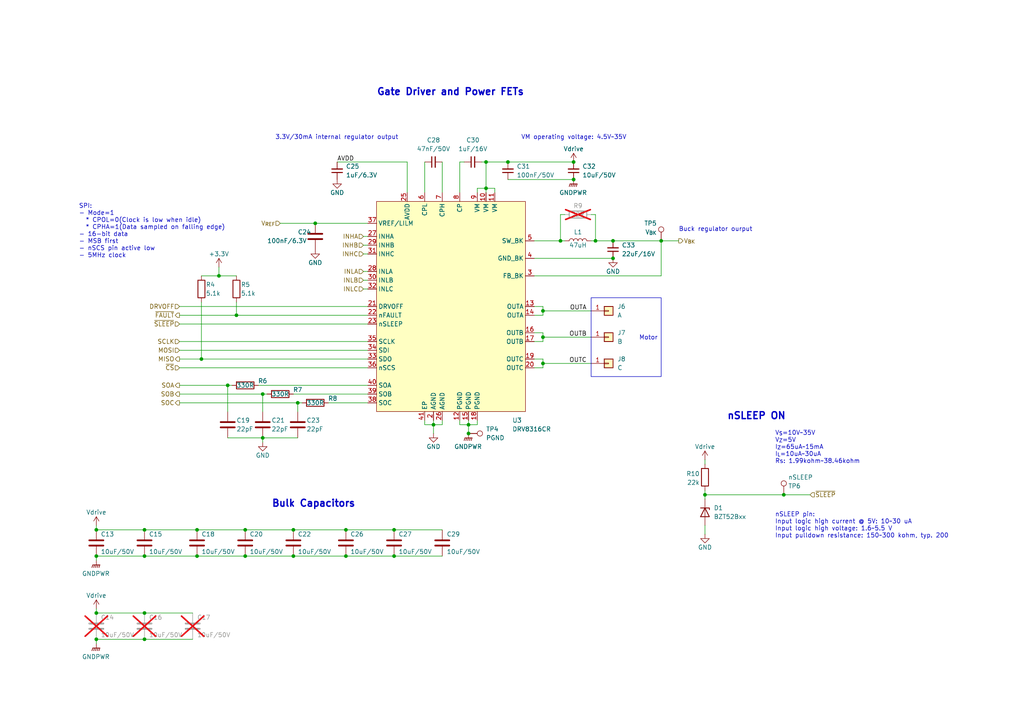
<source format=kicad_sch>
(kicad_sch (version 20250114) (generator "eeschema") (generator_version "9.0")
  (paper "A4")
  (lib_symbols
    (symbol "Connector:TestPoint" (pin_numbers (hide yes)) (pin_names (offset 0.762) (hide yes))
      (property "Reference" "TP" (at 0 6.858 0))
      (property "Value" "TestPoint" (at 0 5.08 0))
      (symbol "TestPoint_0_1"
        (circle (center 0 3.302) (radius 0.762))
      )
      (symbol "TestPoint_1_1"
        (pin passive line (at 0 0 90) (length 2.54) (name "1") (number "1"))
      )
    )
    (symbol "Connector_Generic:Conn_01x01" (pin_names (offset 1.016) (hide yes))
      (property "Reference" "J" (at 0 2.54 0))
      (property "Value" "Conn_01x01" (at 0 -2.54 0))
      (symbol "Conn_01x01_1_1"
        (rectangle (start -1.27 1.27) (end 1.27 -1.27) (stroke (width 0.254)) (fill (type background)))
        (rectangle (start -1.27 0.127) (end 0 -0.127) (stroke (width 0.1524)))
        (pin passive line (at -5.08 0 0) (length 3.81) (name "Pin_1") (number "1"))
      )
    )
    (symbol "Device:C" (pin_numbers (hide yes)) (pin_names (offset 0.254))
      (property "Reference" "C" (at 0.635 2.54 0))
      (property "Value" "C" (at 0.635 -2.54 0))
      (symbol "C_0_1"
        (polyline (pts (xy -2.032 0.762) (xy 2.032 0.762)) (stroke (width 0.508)))
        (polyline (pts (xy -2.032 -0.762) (xy 2.032 -0.762)) (stroke (width 0.508)))
      )
      (symbol "C_1_1"
        (pin passive line (at 0 3.81 270) (length 2.794) (name "~") (number "1"))
        (pin passive line (at 0 -3.81 90) (length 2.794) (name "~") (number "2"))
      )
    )
    (symbol "Device:C_Small" (pin_numbers (hide yes)) (pin_names (offset 0.254) (hide yes))
      (property "Reference" "C" (at 0.254 1.778 0))
      (property "Value" "C_Small" (at 0.254 -2.032 0))
      (symbol "C_Small_0_1"
        (polyline (pts (xy -1.524 0.508) (xy 1.524 0.508)) (stroke (width 0.3048)))
        (polyline (pts (xy -1.524 -0.508) (xy 1.524 -0.508)) (stroke (width 0.3302)))
      )
      (symbol "C_Small_1_1"
        (pin passive line (at 0 2.54 270) (length 2.032) (name "~") (number "1"))
        (pin passive line (at 0 -2.54 90) (length 2.032) (name "~") (number "2"))
      )
    )
    (symbol "Device:L" (pin_numbers (hide yes)) (pin_names (offset 1.016) (hide yes))
      (property "Reference" "L" (at -1.27 0 90))
      (property "Value" "L" (at 1.905 0 90))
      (symbol "L_0_1"
        (arc (start 0 2.54) (mid 0.6323 1.905) (end 0 1.27))
        (arc (start 0 1.27) (mid 0.6323 0.635) (end 0 0))
        (arc (start 0 0) (mid 0.6323 -0.635) (end 0 -1.27))
        (arc (start 0 -1.27) (mid 0.6323 -1.905) (end 0 -2.54))
      )
      (symbol "L_1_1"
        (pin passive line (at 0 3.81 270) (length 1.27) (name "1") (number "1"))
        (pin passive line (at 0 -3.81 90) (length 1.27) (name "2") (number "2"))
      )
    )
    (symbol "Device:R" (pin_numbers (hide yes)) (pin_names (offset 0))
      (property "Reference" "R" (at 2.032 0 90))
      (property "Value" "R" (at 0 0 90))
      (symbol "R_0_1"
        (rectangle (start -1.016 -2.54) (end 1.016 2.54) (stroke (width 0.254)))
      )
      (symbol "R_1_1"
        (pin passive line (at 0 3.81 270) (length 1.27) (name "~") (number "1"))
        (pin passive line (at 0 -3.81 90) (length 1.27) (name "~") (number "2"))
      )
    )
    (symbol "Diode:BZT52Bxx" (pin_numbers (hide yes)) (pin_names (hide yes))
      (property "Reference" "D" (at 0 2.54 0))
      (property "Value" "BZT52Bxx" (at 0 -2.54 0))
      (symbol "BZT52Bxx_0_1"
        (polyline (pts (xy -1.27 -1.27) (xy -1.27 1.27) (xy -0.762 1.27)) (stroke (width 0.254)))
        (polyline (pts (xy 1.27 0) (xy -1.27 0)))
        (polyline (pts (xy 1.27 -1.27) (xy 1.27 1.27) (xy -1.27 0) (xy 1.27 -1.27)) (stroke (width 0.254)))
      )
      (symbol "BZT52Bxx_1_1"
        (pin passive line (at -3.81 0 0) (length 2.54) (name "K") (number "1"))
        (pin passive line (at 3.81 0 180) (length 2.54) (name "A") (number "2"))
      )
    )
    (symbol "moco8316:DRV8316CR"
      (property "Reference" "U?" (at 20.32 -33.02 0))
      (property "Value" "DRV8316CR" (at 20.32 -30.48 0))
      (symbol "DRV8316CR_0_0"
        (pin power_in line (at -24.13 26.67 0) (length 2.54) (name "VREF/LILM") (number "37"))
        (pin input line (at -24.13 22.86 0) (length 2.54) (name "INHA") (number "27"))
        (pin input line (at -24.13 20.32 0) (length 2.54) (name "INHB") (number "29"))
        (pin input line (at -24.13 17.78 0) (length 2.54) (name "INHC") (number "31"))
        (pin input line (at -24.13 12.7 0) (length 2.54) (name "INLA") (number "28"))
        (pin input line (at -24.13 10.16 0) (length 2.54) (name "INLB") (number "30"))
        (pin input line (at -24.13 7.62 0) (length 2.54) (name "INLC") (number "32"))
        (pin input line (at -24.13 2.54 0) (length 2.54) (name "DRVOFF") (number "21"))
        (pin output line (at -24.13 0 0) (length 2.54) (name "nFAULT") (number "22"))
        (pin input line (at -24.13 -2.54 0) (length 2.54) (name "nSLEEP") (number "23"))
        (pin input line (at -24.13 -7.62 0) (length 2.54) (name "SCLK") (number "35"))
        (pin input line (at -24.13 -10.16 0) (length 2.54) (name "SDI") (number "34"))
        (pin output line (at -24.13 -12.7 0) (length 2.54) (name "SDO") (number "33"))
        (pin input line (at -24.13 -15.24 0) (length 2.54) (name "nSCS") (number "36"))
        (pin output line (at -24.13 -20.32 0) (length 2.54) (name "SOA") (number "40"))
        (pin output line (at -24.13 -22.86 0) (length 2.54) (name "SOB") (number "39"))
        (pin output line (at -24.13 -25.4 0) (length 2.54) (name "SOC") (number "38"))
        (pin power_out line (at -12.7 35.56 270) (length 2.54) (name "AVDD") (number "25"))
        (pin power_in line (at -7.62 35.56 270) (length 2.54) (name "CPL") (number "6"))
        (pin power_in line (at -7.62 -30.48 90) (length 2.54) (name "EP") (number "41"))
        (pin power_in line (at -5.08 -30.48 90) (length 2.54) (name "AGND") (number "2"))
        (pin power_in line (at -2.54 35.56 270) (length 2.54) (name "CPH") (number "7"))
        (pin power_in line (at -2.54 -30.48 90) (length 2.54) (name "AGND") (number "26"))
        (pin power_out line (at 2.54 35.56 270) (length 2.54) (name "CP") (number "8"))
        (pin power_in line (at 2.54 -30.48 90) (length 2.54) (name "PGND") (number "12"))
        (pin power_in line (at 5.08 -30.48 90) (length 2.54) (name "PGND") (number "15"))
        (pin power_in line (at 7.62 35.56 270) (length 2.54) (name "VM") (number "9"))
        (pin power_in line (at 7.62 -30.48 90) (length 2.54) (name "PGND") (number "18"))
        (pin power_in line (at 10.16 35.56 270) (length 2.54) (name "VM") (number "10"))
        (pin power_in line (at 12.7 35.56 270) (length 2.54) (name "VM") (number "11"))
        (pin power_out line (at 24.13 21.59 180) (length 2.54) (name "SW_BK") (number "5"))
        (pin power_in line (at 24.13 16.51 180) (length 2.54) (name "GND_BK") (number "4"))
        (pin power_in line (at 24.13 11.43 180) (length 2.54) (name "FB_BK") (number "3"))
        (pin output line (at 24.13 2.54 180) (length 2.54) (name "OUTA") (number "13"))
        (pin output line (at 24.13 0 180) (length 2.54) (name "OUTA") (number "14"))
        (pin output line (at 24.13 -5.08 180) (length 2.54) (name "OUTB") (number "16"))
        (pin output line (at 24.13 -7.62 180) (length 2.54) (name "OUTB") (number "17"))
        (pin output line (at 24.13 -12.7 180) (length 2.54) (name "OUTC") (number "19"))
        (pin output line (at 24.13 -15.24 180) (length 2.54) (name "OUTC") (number "20"))
        (pin no_connect non_logic (at 24.13 -17.78 180) (length 2.54) (hide yes) (name "NC") (number "24"))
        (pin no_connect non_logic (at 24.13 -20.32 180) (length 2.54) (hide yes) (name "NC") (number "1"))
      )
      (symbol "DRV8316CR_0_1"
        (rectangle (start -21.59 33.02) (end 21.59 -27.94) (fill (type background)))
      )
    )
    (symbol "power:+3.3V" (power) (pin_names (offset 0))
      (property "Value" "+3.3V" (at 0 3.556 0))
      (symbol "+3.3V_0_1"
        (polyline (pts (xy -0.762 1.27) (xy 0 2.54)))
        (polyline (pts (xy 0 2.54) (xy 0.762 1.27)))
        (polyline (pts (xy 0 0) (xy 0 2.54)))
      )
      (symbol "+3.3V_1_1"
        (pin power_in line (at 0 0 90) (length 0) (hide yes) (name "+3.3V") (number "1"))
      )
    )
    (symbol "power:GND" (power) (pin_names (offset 0))
      (property "Value" "GND" (at 0 -3.81 0))
      (symbol "GND_0_1"
        (polyline (pts (xy 0 0) (xy 0 -1.27) (xy 1.27 -1.27) (xy 0 -2.54) (xy -1.27 -1.27) (xy 0 -1.27)))
      )
      (symbol "GND_1_1"
        (pin power_in line (at 0 0 270) (length 0) (hide yes) (name "GND") (number "1"))
      )
    )
    (symbol "power:GNDPWR" (power) (pin_names (offset 0))
      (property "Value" "GNDPWR" (at 0 -3.302 0))
      (symbol "GNDPWR_0_1"
        (polyline (pts (xy -1.016 -1.27) (xy -1.27 -2.032) (xy -1.27 -2.032)) (stroke (width 0.2032)))
        (polyline (pts (xy -0.508 -1.27) (xy -0.762 -2.032) (xy -0.762 -2.032)) (stroke (width 0.2032)))
        (polyline (pts (xy 0 -1.27) (xy 0 0)))
        (polyline (pts (xy 0 -1.27) (xy -0.254 -2.032) (xy -0.254 -2.032)) (stroke (width 0.2032)))
        (polyline (pts (xy 0.508 -1.27) (xy 0.254 -2.032) (xy 0.254 -2.032)) (stroke (width 0.2032)))
        (polyline (pts (xy 1.016 -1.27) (xy -1.016 -1.27) (xy -1.016 -1.27)) (stroke (width 0.2032)))
        (polyline (pts (xy 1.016 -1.27) (xy 0.762 -2.032) (xy 0.762 -2.032) (xy 0.762 -2.032)) (stroke (width 0.2032)))
      )
      (symbol "GNDPWR_1_1"
        (pin power_in line (at 0 0 270) (length 0) (hide yes) (name "GNDPWR") (number "1"))
      )
    )
    (symbol "power:Vdrive" (power) (pin_names (offset 0))
      (property "Value" "Vdrive" (at 0 3.81 0))
      (symbol "Vdrive_0_1"
        (polyline (pts (xy -0.762 1.27) (xy 0 2.54)))
        (polyline (pts (xy 0 2.54) (xy 0.762 1.27)))
        (polyline (pts (xy 0 0) (xy 0 2.54)))
      )
      (symbol "Vdrive_1_1"
        (pin power_in line (at 0 0 90) (length 0) (hide yes) (name "Vdrive") (number "1"))
      )
    )
  )
  (text "nSLEEP ON" (at 210.82 121.92 0) (effects (font (size 2 2) (thickness 0.4) (bold yes)) (justify left bottom)))
  (text "SPI:\n- Mode=1\n  * CPOL=0(Clock is low when idle)\n  * CPHA=1(Data sampled on falling edge)\n- 16-bit data\n- MSB first\n- nSCS pin active low\n- 5MHz clock" (at 22.86 74.93 0) (effects (font (size 1.27 1.27)) (justify left bottom)))
  (text "Gate Driver and Power FETs" (at 109.22 27.94 0) (effects (font (size 2 2) (thickness 0.4) (bold yes)) (justify left bottom)))
  (text "V_{S}=10V~35V\nV_{Z}=5V\nI_{Z}=65uA~15mA\nI_{L}=10uA~30uA\nRs: 1.99kohm~38.46kohm" (at 224.79 134.62 0) (effects (font (size 1.27 1.27)) (justify left bottom)))
  (text "VM operating voltage: 4.5V~35V" (at 151.13 40.64 0) (effects (font (size 1.27 1.27)) (justify left bottom)))
  (text "Buck regulator ourput" (at 196.85 67.31 0) (effects (font (size 1.27 1.27)) (justify left bottom)))
  (text "Bulk Capacitors" (at 78.74 147.32 0) (effects (font (size 2 2) (thickness 0.4) (bold yes)) (justify left bottom)))
  (text "nSLEEP pin:\nInput logic high current @ 5V: 10~30 uA\nInput logic high voltage: 1.6~5.5 V\nInput pulldown resistance: 150~300 kohm, typ. 200" (at 224.79 156.21 0) (effects (font (size 1.27 1.27)) (justify left bottom)))
  (text "3.3V/30mA internal regulator output" (at 115.57 40.64 0) (effects (font (size 1.27 1.27)) (justify right bottom)))
  (text_box "Motor" (at 171.45 86.36 0) (size 20.32 22.86) (margins 0.9525 0.9525 0.9525 0.9525) (effects (font (size 1.27 1.27)) (justify right)))
  (junction (at 71.12 161.29))
  (junction (at 27.94 153.67))
  (junction (at 166.37 52.07))
  (junction (at 41.91 161.29))
  (junction (at 76.2 114.3))
  (junction (at 41.91 177.8))
  (junction (at 57.15 161.29))
  (junction (at 140.97 46.99))
  (junction (at 140.97 54.61))
  (junction (at 27.94 161.29))
  (junction (at 76.2 127))
  (junction (at 157.48 90.17))
  (junction (at 162.56 69.85))
  (junction (at 166.37 46.99))
  (junction (at 114.3 161.29))
  (junction (at 125.73 123.19))
  (junction (at 191.77 69.85))
  (junction (at 100.33 153.67))
  (junction (at 157.48 105.41))
  (junction (at 71.12 153.67))
  (junction (at 147.32 46.99))
  (junction (at 57.15 153.67))
  (junction (at 58.42 104.14))
  (junction (at 85.09 153.67))
  (junction (at 66.04 111.76))
  (junction (at 41.91 153.67))
  (junction (at 68.58 91.44))
  (junction (at 204.47 143.51))
  (junction (at 100.33 161.29))
  (junction (at 41.91 185.42))
  (junction (at 63.5 80.01))
  (junction (at 172.72 69.85))
  (junction (at 135.89 125.73))
  (junction (at 27.94 177.8))
  (junction (at 157.48 97.79))
  (junction (at 86.36 116.84))
  (junction (at 114.3 153.67))
  (junction (at 85.09 161.29))
  (junction (at 135.89 123.19))
  (junction (at 177.8 69.85))
  (junction (at 27.94 185.42))
  (junction (at 91.44 64.77))
  (junction (at 227.33 143.51))
  (junction (at 177.8 74.93))
  (wire (pts (xy 105.41 71.12) (xy 106.68 71.12)))
  (wire (pts (xy 154.94 104.14) (xy 157.48 104.14)))
  (wire (pts (xy 52.07 99.06) (xy 106.68 99.06)))
  (wire (pts (xy 57.15 153.67) (xy 71.12 153.67)))
  (wire (pts (xy 105.41 78.74) (xy 106.68 78.74)))
  (wire (pts (xy 105.41 73.66) (xy 106.68 73.66)))
  (wire (pts (xy 138.43 123.19) (xy 135.89 123.19)))
  (wire (pts (xy 105.41 81.28) (xy 106.68 81.28)))
  (wire (pts (xy 138.43 54.61) (xy 140.97 54.61)))
  (wire (pts (xy 86.36 119.38) (xy 86.36 116.84)))
  (wire (pts (xy 86.36 116.84) (xy 87.63 116.84)))
  (wire (pts (xy 118.11 46.99) (xy 118.11 55.88)))
  (wire (pts (xy 139.7 46.99) (xy 140.97 46.99)))
  (wire (pts (xy 157.48 96.52) (xy 157.48 97.79)))
  (wire (pts (xy 41.91 177.8) (xy 55.88 177.8)))
  (wire (pts (xy 128.27 46.99) (xy 128.27 55.88)))
  (wire (pts (xy 52.07 111.76) (xy 66.04 111.76)))
  (wire (pts (xy 143.51 54.61) (xy 143.51 55.88)))
  (wire (pts (xy 27.94 185.42) (xy 41.91 185.42)))
  (wire (pts (xy 135.89 121.92) (xy 135.89 123.19)))
  (wire (pts (xy 157.48 90.17) (xy 157.48 91.44)))
  (wire (pts (xy 133.35 123.19) (xy 135.89 123.19)))
  (wire (pts (xy 52.07 106.68) (xy 106.68 106.68)))
  (wire (pts (xy 85.09 114.3) (xy 106.68 114.3)))
  (wire (pts (xy 133.35 121.92) (xy 133.35 123.19)))
  (wire (pts (xy 123.19 123.19) (xy 125.73 123.19)))
  (wire (pts (xy 134.62 46.99) (xy 133.35 46.99)))
  (wire (pts (xy 100.33 161.29) (xy 114.3 161.29)))
  (wire (pts (xy 27.94 162.56) (xy 27.94 161.29)))
  (wire (pts (xy 63.5 77.47) (xy 63.5 80.01)))
  (wire (pts (xy 140.97 54.61) (xy 143.51 54.61)))
  (wire (pts (xy 27.94 176.53) (xy 27.94 177.8)))
  (wire (pts (xy 162.56 62.23) (xy 162.56 69.85)))
  (wire (pts (xy 85.09 161.29) (xy 100.33 161.29)))
  (wire (pts (xy 157.48 97.79) (xy 157.48 99.06)))
  (wire (pts (xy 154.94 91.44) (xy 157.48 91.44)))
  (wire (pts (xy 157.48 88.9) (xy 157.48 90.17)))
  (wire (pts (xy 204.47 152.4) (xy 204.47 154.94)))
  (wire (pts (xy 154.94 96.52) (xy 157.48 96.52)))
  (wire (pts (xy 85.09 153.67) (xy 100.33 153.67)))
  (wire (pts (xy 157.48 99.06) (xy 154.94 99.06)))
  (wire (pts (xy 128.27 153.67) (xy 114.3 153.67)))
  (wire (pts (xy 68.58 87.63) (xy 68.58 91.44)))
  (wire (pts (xy 52.07 93.98) (xy 106.68 93.98)))
  (wire (pts (xy 91.44 64.77) (xy 106.68 64.77)))
  (wire (pts (xy 81.28 64.77) (xy 91.44 64.77)))
  (wire (pts (xy 63.5 80.01) (xy 58.42 80.01)))
  (wire (pts (xy 76.2 119.38) (xy 76.2 114.3)))
  (wire (pts (xy 154.94 80.01) (xy 191.77 80.01)))
  (wire (pts (xy 162.56 69.85) (xy 163.83 69.85)))
  (wire (pts (xy 27.94 152.4) (xy 27.94 153.67)))
  (wire (pts (xy 58.42 87.63) (xy 58.42 104.14)))
  (wire (pts (xy 172.72 69.85) (xy 177.8 69.85)))
  (wire (pts (xy 76.2 114.3) (xy 77.47 114.3)))
  (wire (pts (xy 27.94 186.69) (xy 27.94 185.42)))
  (wire (pts (xy 105.41 68.58) (xy 106.68 68.58)))
  (wire (pts (xy 227.33 143.51) (xy 234.95 143.51)))
  (wire (pts (xy 76.2 128.27) (xy 76.2 127)))
  (wire (pts (xy 97.79 46.99) (xy 118.11 46.99)))
  (wire (pts (xy 105.41 83.82) (xy 106.68 83.82)))
  (wire (pts (xy 41.91 161.29) (xy 27.94 161.29)))
  (wire (pts (xy 135.89 123.19) (xy 135.89 125.73)))
  (wire (pts (xy 147.32 46.99) (xy 166.37 46.99)))
  (wire (pts (xy 74.93 111.76) (xy 106.68 111.76)))
  (wire (pts (xy 138.43 54.61) (xy 138.43 55.88)))
  (wire (pts (xy 128.27 121.92) (xy 128.27 123.19)))
  (wire (pts (xy 128.27 161.29) (xy 114.3 161.29)))
  (wire (pts (xy 154.94 69.85) (xy 162.56 69.85)))
  (wire (pts (xy 52.07 101.6) (xy 106.68 101.6)))
  (wire (pts (xy 154.94 88.9) (xy 157.48 88.9)))
  (wire (pts (xy 157.48 106.68) (xy 154.94 106.68)))
  (wire (pts (xy 41.91 161.29) (xy 57.15 161.29)))
  (wire (pts (xy 138.43 121.92) (xy 138.43 123.19)))
  (wire (pts (xy 123.19 121.92) (xy 123.19 123.19)))
  (wire (pts (xy 123.19 46.99) (xy 123.19 55.88)))
  (wire (pts (xy 172.72 69.85) (xy 171.45 69.85)))
  (wire (pts (xy 95.25 116.84) (xy 106.68 116.84)))
  (wire (pts (xy 204.47 142.24) (xy 204.47 143.51)))
  (wire (pts (xy 133.35 46.99) (xy 133.35 55.88)))
  (wire (pts (xy 66.04 127) (xy 76.2 127)))
  (wire (pts (xy 157.48 105.41) (xy 157.48 106.68)))
  (wire (pts (xy 57.15 161.29) (xy 71.12 161.29)))
  (wire (pts (xy 52.07 116.84) (xy 86.36 116.84)))
  (wire (pts (xy 172.72 62.23) (xy 171.45 62.23)))
  (wire (pts (xy 41.91 185.42) (xy 55.88 185.42)))
  (wire (pts (xy 27.94 177.8) (xy 41.91 177.8)))
  (wire (pts (xy 41.91 153.67) (xy 57.15 153.67)))
  (wire (pts (xy 157.48 97.79) (xy 171.45 97.79)))
  (wire (pts (xy 204.47 143.51) (xy 227.33 143.51)))
  (wire (pts (xy 162.56 62.23) (xy 163.83 62.23)))
  (wire (pts (xy 140.97 46.99) (xy 140.97 54.61)))
  (wire (pts (xy 125.73 123.19) (xy 125.73 125.73)))
  (wire (pts (xy 154.94 74.93) (xy 177.8 74.93)))
  (wire (pts (xy 52.07 114.3) (xy 76.2 114.3)))
  (wire (pts (xy 177.8 69.85) (xy 191.77 69.85)))
  (wire (pts (xy 157.48 90.17) (xy 171.45 90.17)))
  (wire (pts (xy 58.42 104.14) (xy 106.68 104.14)))
  (wire (pts (xy 100.33 153.67) (xy 114.3 153.67)))
  (wire (pts (xy 157.48 104.14) (xy 157.48 105.41)))
  (wire (pts (xy 66.04 119.38) (xy 66.04 111.76)))
  (wire (pts (xy 71.12 153.67) (xy 85.09 153.67)))
  (wire (pts (xy 125.73 121.92) (xy 125.73 123.19)))
  (wire (pts (xy 52.07 91.44) (xy 68.58 91.44)))
  (wire (pts (xy 52.07 104.14) (xy 58.42 104.14)))
  (wire (pts (xy 204.47 133.35) (xy 204.47 134.62)))
  (wire (pts (xy 66.04 111.76) (xy 67.31 111.76)))
  (wire (pts (xy 52.07 88.9) (xy 106.68 88.9)))
  (wire (pts (xy 128.27 123.19) (xy 125.73 123.19)))
  (wire (pts (xy 191.77 80.01) (xy 191.77 69.85)))
  (wire (pts (xy 76.2 127) (xy 86.36 127)))
  (wire (pts (xy 147.32 52.07) (xy 166.37 52.07)))
  (wire (pts (xy 204.47 143.51) (xy 204.47 144.78)))
  (wire (pts (xy 172.72 62.23) (xy 172.72 69.85)))
  (wire (pts (xy 41.91 153.67) (xy 27.94 153.67)))
  (wire (pts (xy 191.77 69.85) (xy 196.85 69.85)))
  (wire (pts (xy 68.58 91.44) (xy 106.68 91.44)))
  (wire (pts (xy 140.97 54.61) (xy 140.97 55.88)))
  (wire (pts (xy 147.32 46.99) (xy 140.97 46.99)))
  (wire (pts (xy 63.5 80.01) (xy 68.58 80.01)))
  (wire (pts (xy 71.12 161.29) (xy 85.09 161.29)))
  (wire (pts (xy 157.48 105.41) (xy 171.45 105.41)))
  (label "OUTC" (at 170.18 105.41 180))
  (label "OUTA" (at 170.18 90.17 180))
  (label "AVDD" (at 97.79 46.99 0))
  (label "OUTB" (at 170.18 97.79 180))
  (hierarchical_label "SOC" (shape output) (at 52.07 116.84 180))
  (hierarchical_label "~{SLEEP}" (shape input) (at 52.07 93.98 180))
  (hierarchical_label "V_{REF}" (shape input) (at 81.28 64.77 180))
  (hierarchical_label "SOA" (shape output) (at 52.07 111.76 180))
  (hierarchical_label "DRVOFF" (shape input) (at 52.07 88.9 180))
  (hierarchical_label "INLC" (shape input) (at 105.41 83.82 180))
  (hierarchical_label "~{CS}" (shape input) (at 52.07 106.68 180))
  (hierarchical_label "INHC" (shape input) (at 105.41 73.66 180))
  (hierarchical_label "INLA" (shape input) (at 105.41 78.74 180))
  (hierarchical_label "INHB" (shape input) (at 105.41 71.12 180))
  (hierarchical_label "MISO" (shape output) (at 52.07 104.14 180))
  (hierarchical_label "~{FAULT}" (shape output) (at 52.07 91.44 180))
  (hierarchical_label "INHA" (shape input) (at 105.41 68.58 180))
  (hierarchical_label "~{SLEEP}" (shape input) (at 234.95 143.51 0))
  (hierarchical_label "V_{BK}" (shape output) (at 196.85 69.85 0))
  (hierarchical_label "INLB" (shape input) (at 105.41 81.28 180))
  (hierarchical_label "SCLK" (shape input) (at 52.07 99.06 180))
  (hierarchical_label "SOB" (shape output) (at 52.07 114.3 180))
  (hierarchical_label "MOSI" (shape input) (at 52.07 101.6 180))
  (symbol (lib_id "power:GND") (at 177.8 74.93 0) (unit 1)
    (property "Reference" "#PWR033" (effects (hide yes)))
    (property "Value" "GND" (at 177.8 78.74 0))
    (instances (project "moco-oi401" (path "" (reference "#PWR033") (unit 1))) (project "moco-bkd8316" (path "" (reference "#PWR?") (unit 1))))
  )
  (symbol (lib_id "Device:C") (at 66.04 123.19 0) (mirror y) (unit 1)
    (property "Reference" "C19" (at 68.58 121.92 0) (effects (justify right)))
    (property "Value" "22pF" (at 68.58 124.46 0) (effects (justify right)))
    (property "Footprint" "Capacitor_SMD:C_0603_1608Metric" (effects (hide yes)))
    (property "MFR. Part#" "CL10C220JB8NNNC" (effects (hide yes)))
    (property "LCSC Part #" "C1653" (effects (hide yes)))
    (instances (project "moco-oi401" (path "" (reference "C19") (unit 1))) (project "moco-bkd8316" (path "" (reference "C?") (unit 1))))
  )
  (symbol (lib_id "power:Vdrive") (at 204.47 133.35 0) (unit 1)
    (property "Reference" "#PWR034" (effects (hide yes)))
    (property "Value" "Vdrive" (at 204.47 129.54 0))
    (instances (project "moco-oi401" (path "" (reference "#PWR034") (unit 1))) (project "moco-bkd8316" (path "" (reference "#PWR?") (unit 1))))
  )
  (symbol (lib_id "Device:C") (at 100.33 157.48 0) (mirror y) (unit 1)
    (property "Reference" "C26" (at 101.6 154.94 0) (effects (justify right)))
    (property "Value" "10uF/50V" (at 101.6 160.02 0) (effects (justify right)))
    (property "Footprint" "Capacitor_SMD:C_0805_2012Metric" (effects (hide yes)))
    (property "MFR. Part#" "GRM21BR61H106KE43L" (effects (hide yes)))
    (property "LCSC Part #" "C440198" (effects (hide yes)))
    (instances (project "moco-oi401" (path "" (reference "C26") (unit 1))) (project "moco-bkd8316" (path "" (reference "C?") (unit 1))))
  )
  (symbol (lib_id "power:GND") (at 97.79 52.07 0) (unit 1)
    (property "Reference" "#PWR028" (effects (hide yes)))
    (property "Value" "GND" (at 97.79 55.88 0))
    (instances (project "moco-oi401" (path "" (reference "#PWR028") (unit 1))) (project "moco-bkd8316" (path "" (reference "#PWR?") (unit 1))))
  )
  (symbol (lib_id "power:GNDPWR") (at 27.94 186.69 0) (unit 1)
    (property "Reference" "#PWR024" (effects (hide yes)))
    (property "Value" "GNDPWR" (at 27.813 190.5 0))
  )
  (symbol (lib_id "Device:C_Small") (at 166.37 49.53 180) (unit 1)
    (property "Reference" "C32" (at 168.91 48.26 0) (effects (justify right)))
    (property "Value" "10uF/50V" (at 168.91 50.8 0) (effects (justify right)))
    (property "Footprint" "Capacitor_SMD:C_0805_2012Metric" (effects (hide yes)))
    (property "MFR. Part#" "GRM21BR61H106KE43L" (effects (hide yes)))
    (property "LCSC Part #" "C440198" (effects (hide yes)))
    (instances (project "moco-oi401" (path "" (reference "C32") (unit 1))) (project "moco-bkd8316" (path "" (reference "C?") (unit 1))))
  )
  (symbol (lib_id "power:Vdrive") (at 27.94 152.4 0) (unit 1)
    (property "Reference" "#PWR021" (effects (hide yes)))
    (property "Value" "Vdrive" (at 27.94 148.59 0))
    (instances (project "moco-oi401" (path "" (reference "#PWR021") (unit 1))) (project "moco-bkd8316" (path "" (reference "#PWR?") (unit 1))))
  )
  (symbol (lib_id "Device:C") (at 86.36 123.19 0) (mirror y) (unit 1)
    (property "Reference" "C23" (at 88.9 121.92 0) (effects (justify right)))
    (property "Value" "22pF" (at 88.9 124.46 0) (effects (justify right)))
    (property "Footprint" "Capacitor_SMD:C_0603_1608Metric" (effects (hide yes)))
    (property "MFR. Part#" "CL10C220JB8NNNC" (effects (hide yes)))
    (property "LCSC Part #" "C1653" (effects (hide yes)))
    (instances (project "moco-oi401" (path "" (reference "C23") (unit 1))) (project "moco-bkd8316" (path "" (reference "C?") (unit 1))))
  )
  (symbol (lib_id "Device:R") (at 167.64 62.23 90) (unit 1) (dnp yes)
    (property "Reference" "R9" (at 167.64 59.69 90))
    (property "Value" "22R" (at 167.64 62.23 90))
    (property "Footprint" "Resistor_SMD:R_0603_1608Metric" (effects (hide yes)))
    (property "MFR. Part#" "RC0603FR-0722RL" (effects (hide yes)))
    (property "LCSC Part #" "C107701" (effects (hide yes)))
    (instances (project "moco-oi401" (path "" (reference "R9") (unit 1))) (project "moco-bkd8316" (path "" (reference "R?") (unit 1))))
  )
  (symbol (lib_id "power:Vdrive") (at 166.37 46.99 0) (unit 1)
    (property "Reference" "#PWR031" (effects (hide yes)))
    (property "Value" "Vdrive" (at 166.37 43.18 0))
    (instances (project "moco-oi401" (path "" (reference "#PWR031") (unit 1))) (project "moco-bkd8316" (path "" (reference "#PWR?") (unit 1))))
  )
  (symbol (lib_id "Device:R") (at 71.12 111.76 90) (unit 1)
    (property "Reference" "R6" (at 76.2 110.49 90))
    (property "Value" "330R" (at 71.12 111.76 90))
    (property "Footprint" "Resistor_SMD:R_0603_1608Metric" (effects (hide yes)))
    (property "MFR. Part#" "0603WAF3300T5E" (effects (hide yes)))
    (property "LCSC Part #" "C23138" (effects (hide yes)))
    (instances (project "moco-oi401" (path "" (reference "R6") (unit 1))) (project "moco-bkd8316" (path "" (reference "R?") (unit 1))))
  )
  (symbol (lib_id "power:GND") (at 125.73 125.73 0) (unit 1)
    (property "Reference" "#PWR029" (effects (hide yes)))
    (property "Value" "GND" (at 125.73 129.54 0))
    (instances (project "moco-oi401" (path "" (reference "#PWR029") (unit 1))) (project "moco-bkd8316" (path "" (reference "#PWR?") (unit 1))))
  )
  (symbol (lib_id "Connector_Generic:Conn_01x01") (at 176.53 97.79 0) (unit 1) (in_bom no)
    (property "Reference" "J7" (at 179.07 96.52 0) (effects (justify left)))
    (property "Value" "B" (at 179.07 99.06 0) (effects (justify left)))
    (property "Footprint" "moco:wire_3.2mm" (effects (hide yes)))
    (instances (project "moco-oi401" (path "" (reference "J7") (unit 1))) (project "moco-bkd8316" (path "" (reference "J?") (unit 1))))
  )
  (symbol (lib_id "Device:C") (at 27.94 157.48 0) (mirror y) (unit 1)
    (property "Reference" "C13" (at 29.21 154.94 0) (effects (justify right)))
    (property "Value" "10uF/50V" (at 29.21 160.02 0) (effects (justify right)))
    (property "Footprint" "Capacitor_SMD:C_0805_2012Metric" (effects (hide yes)))
    (property "MFR. Part#" "GRM21BR61H106KE43L" (effects (hide yes)))
    (property "LCSC Part #" "C440198" (effects (hide yes)))
    (instances (project "moco-oi401" (path "" (reference "C13") (unit 1))) (project "moco-bkd8316" (path "" (reference "C?") (unit 1))))
  )
  (symbol (lib_id "Device:C") (at 85.09 157.48 0) (mirror y) (unit 1)
    (property "Reference" "C22" (at 86.36 154.94 0) (effects (justify right)))
    (property "Value" "10uF/50V" (at 86.36 160.02 0) (effects (justify right)))
    (property "Footprint" "Capacitor_SMD:C_0805_2012Metric" (effects (hide yes)))
    (property "MFR. Part#" "GRM21BR61H106KE43L" (effects (hide yes)))
    (property "LCSC Part #" "C440198" (effects (hide yes)))
    (instances (project "moco-oi401" (path "" (reference "C22") (unit 1))) (project "moco-bkd8316" (path "" (reference "C?") (unit 1))))
  )
  (symbol (lib_id "Device:C") (at 91.44 68.58 0) (mirror y) (unit 1)
    (property "Reference" "C24" (at 86.36 67.31 0) (effects (justify right)))
    (property "Value" "100nF/6.3V" (at 77.47 69.85 0) (effects (justify right)))
    (property "Footprint" "Capacitor_SMD:C_0603_1608Metric" (effects (hide yes)))
    (property "MFR. Part#" "CC0603KRX7R9BB104" (effects (hide yes)))
    (property "LCSC Part #" "C14663" (effects (hide yes)))
    (instances (project "moco-oi401" (path "" (reference "C24") (unit 1))) (project "moco-bkd8316" (path "" (reference "C?") (unit 1))))
  )
  (symbol (lib_id "Device:C_Small") (at 177.8 72.39 180) (unit 1)
    (property "Reference" "C33" (at 180.34 71.1136 0) (effects (justify right)))
    (property "Value" "22uF/16V" (at 180.34 73.6536 0) (effects (justify right)))
    (property "Footprint" "Capacitor_SMD:C_0805_2012Metric" (effects (hide yes)))
    (property "MFR. Part#" "CL21A226MAQNNNE" (effects (hide yes)))
    (property "LCSC Part #" "C45783" (effects (hide yes)))
    (instances (project "moco-oi401" (path "" (reference "C33") (unit 1))) (project "moco-bkd8316" (path "" (reference "C?") (unit 1))))
  )
  (symbol (lib_id "Device:R") (at 81.28 114.3 90) (unit 1)
    (property "Reference" "R7" (at 86.36 113.03 90))
    (property "Value" "330R" (at 81.28 114.3 90))
    (property "Footprint" "Resistor_SMD:R_0603_1608Metric" (effects (hide yes)))
    (property "MFR. Part#" "0603WAF3300T5E" (effects (hide yes)))
    (property "LCSC Part #" "C23138" (effects (hide yes)))
    (instances (project "moco-oi401" (path "" (reference "R7") (unit 1))) (project "moco-bkd8316" (path "" (reference "R?") (unit 1))))
  )
  (symbol (lib_id "Device:C") (at 114.3 157.48 0) (mirror y) (unit 1)
    (property "Reference" "C27" (at 115.57 154.94 0) (effects (justify right)))
    (property "Value" "10uF/50V" (at 115.57 160.02 0) (effects (justify right)))
    (property "Footprint" "Capacitor_SMD:C_0805_2012Metric" (effects (hide yes)))
    (property "MFR. Part#" "GRM21BR61H106KE43L" (effects (hide yes)))
    (property "LCSC Part #" "C440198" (effects (hide yes)))
    (instances (project "moco-oi401" (path "" (reference "C27") (unit 1))) (project "moco-bkd8316" (path "" (reference "C?") (unit 1))))
  )
  (symbol (lib_id "Device:C") (at 27.94 181.61 0) (mirror y) (unit 1) (dnp yes)
    (property "Reference" "C14" (at 29.21 179.07 0) (effects (justify right)))
    (property "Value" "10uF/50V" (at 29.21 184.15 0) (effects (justify right)))
    (property "Footprint" "Capacitor_SMD:C_0805_2012Metric" (effects (hide yes)))
    (property "MFR. Part#" "GRM21BR61H106KE43L" (effects (hide yes)))
    (property "LCSC Part #" "C440198" (effects (hide yes)))
    (instances (project "moco-oi401" (path "" (reference "C14") (unit 1))) (project "moco-bkd8316" (path "" (reference "C?") (unit 1))))
  )
  (symbol (lib_id "moco8316:DRV8316CR") (at 130.81 91.44 0) (unit 1)
    (property "Reference" "U3" (at 148.59 121.92 0) (effects (justify left)))
    (property "Value" "DRV8316CR" (at 148.59 124.46 0) (effects (justify left)))
    (property "Footprint" "moco:VQFN-40_RGF_5x7mm_0.5mm_pitch_thermalpad" (effects (hide yes)))
    (property "Datasheet" "https://www.ti.com/document-viewer/DRV8316C/datasheet/" (effects (hide yes)))
    (property "MFR. Part#" "DRV8316CRRGFR" (effects (hide yes)))
    (property "LCSC Part #" "C5447274" (effects (hide yes)))
    (property "FT Rotation Offset" "-90" (effects (hide yes)))
    (instances (project "moco-oi401" (path "" (reference "U3") (unit 1))) (project "moco-bkd8316" (path "" (reference "U?") (unit 1))))
  )
  (symbol (lib_id "Device:C") (at 128.27 157.48 0) (mirror y) (unit 1)
    (property "Reference" "C29" (at 129.54 154.94 0) (effects (justify right)))
    (property "Value" "10uF/50V" (at 129.54 160.02 0) (effects (justify right)))
    (property "Footprint" "Capacitor_SMD:C_0805_2012Metric" (effects (hide yes)))
    (property "MFR. Part#" "GRM21BR61H106KE43L" (effects (hide yes)))
    (property "LCSC Part #" "C440198" (effects (hide yes)))
    (instances (project "moco-oi401" (path "" (reference "C29") (unit 1))) (project "moco-bkd8316" (path "" (reference "C?") (unit 1))))
  )
  (symbol (lib_id "Connector_Generic:Conn_01x01") (at 176.53 90.17 0) (unit 1) (in_bom no)
    (property "Reference" "J6" (at 179.07 88.9 0) (effects (justify left)))
    (property "Value" "A" (at 179.07 91.44 0) (effects (justify left)))
    (property "Footprint" "moco:wire_3.2mm" (effects (hide yes)))
    (instances (project "moco-oi401" (path "" (reference "J6") (unit 1))) (project "moco-bkd8316" (path "" (reference "J?") (unit 1))))
  )
  (symbol (lib_id "power:GND") (at 76.2 128.27 0) (unit 1)
    (property "Reference" "#PWR026" (effects (hide yes)))
    (property "Value" "GND" (at 76.2 132.08 0))
    (instances (project "moco-oi401" (path "" (reference "#PWR026") (unit 1))) (project "moco-bkd8316" (path "" (reference "#PWR?") (unit 1))))
  )
  (symbol (lib_id "Device:C") (at 55.88 181.61 0) (mirror y) (unit 1) (dnp yes)
    (property "Reference" "C17" (at 57.15 179.07 0) (effects (justify right)))
    (property "Value" "10uF/50V" (at 57.15 184.15 0) (effects (justify right)))
    (property "Footprint" "Capacitor_SMD:C_0805_2012Metric" (effects (hide yes)))
    (property "MFR. Part#" "GRM21BR61H106KE43L" (effects (hide yes)))
    (property "LCSC Part #" "C440198" (effects (hide yes)))
    (instances (project "moco-oi401" (path "" (reference "C17") (unit 1))) (project "moco-bkd8316" (path "" (reference "C?") (unit 1))))
  )
  (symbol (lib_id "Connector:TestPoint") (at 191.77 69.85 0) (mirror y) (unit 1)
    (property "Reference" "TP5" (at 190.5 64.77 0) (effects (justify left)))
    (property "Value" "V_{BK}" (at 190.5 67.31 0) (effects (justify left)))
    (property "Footprint" "TestPoint:TestPoint_Pad_D1.0mm" (effects (hide yes)))
    (instances (project "moco-oi401" (path "" (reference "TP5") (unit 1))) (project "moco-bkd8316" (path "" (reference "TP?") (unit 1))))
  )
  (symbol (lib_id "Diode:BZT52Bxx") (at 204.47 148.59 270) (unit 1)
    (property "Reference" "D1" (at 207.01 147.3199 90) (effects (justify left)))
    (property "Value" "BZT52Bxx" (at 207.01 149.8599 90) (effects (justify left)))
    (property "Footprint" "Diode_SMD:D_SOD-123F" (effects (hide yes)))
    (property "Datasheet" "https://diotec.com/tl_files/diotec/files/pdf/datasheets/bzt52b2v4.pdf" (effects (hide yes)))
    (property "Description" "500mW Zener Diode, SOD-123F" (effects (hide yes)))
    (property "LCSC Part #" "C19077392" (effects (hide yes)))
    (property "FT Rotation Offset" "180" (effects (hide yes)))
  )
  (symbol (lib_id "power:GNDPWR") (at 27.94 162.56 0) (unit 1)
    (property "Reference" "#PWR022" (effects (hide yes)))
    (property "Value" "GNDPWR" (at 27.813 166.37 0))
  )
  (symbol (lib_id "Device:C") (at 41.91 181.61 0) (mirror y) (unit 1) (dnp yes)
    (property "Reference" "C16" (at 43.18 179.07 0) (effects (justify right)))
    (property "Value" "10uF/50V" (at 43.18 184.15 0) (effects (justify right)))
    (property "Footprint" "Capacitor_SMD:C_0805_2012Metric" (effects (hide yes)))
    (property "MFR. Part#" "GRM21BR61H106KE43L" (effects (hide yes)))
    (property "LCSC Part #" "C440198" (effects (hide yes)))
    (instances (project "moco-oi401" (path "" (reference "C16") (unit 1))) (project "moco-bkd8316" (path "" (reference "C?") (unit 1))))
  )
  (symbol (lib_id "Device:C") (at 57.15 157.48 0) (mirror y) (unit 1)
    (property "Reference" "C18" (at 58.42 154.94 0) (effects (justify right)))
    (property "Value" "10uF/50V" (at 58.42 160.02 0) (effects (justify right)))
    (property "Footprint" "Capacitor_SMD:C_0805_2012Metric" (effects (hide yes)))
    (property "MFR. Part#" "GRM21BR61H106KE43L" (effects (hide yes)))
    (property "LCSC Part #" "C440198" (effects (hide yes)))
    (instances (project "moco-oi401" (path "" (reference "C18") (unit 1))) (project "moco-bkd8316" (path "" (reference "C?") (unit 1))))
  )
  (symbol (lib_id "Device:C") (at 41.91 157.48 0) (mirror y) (unit 1)
    (property "Reference" "C15" (at 43.18 154.94 0) (effects (justify right)))
    (property "Value" "10uF/50V" (at 43.18 160.02 0) (effects (justify right)))
    (property "Footprint" "Capacitor_SMD:C_0805_2012Metric" (effects (hide yes)))
    (property "MFR. Part#" "GRM21BR61H106KE43L" (effects (hide yes)))
    (property "LCSC Part #" "C440198" (effects (hide yes)))
    (instances (project "moco-oi401" (path "" (reference "C15") (unit 1))) (project "moco-bkd8316" (path "" (reference "C?") (unit 1))))
  )
  (symbol (lib_id "Connector_Generic:Conn_01x01") (at 176.53 105.41 0) (unit 1) (in_bom no)
    (property "Reference" "J8" (at 179.07 104.14 0) (effects (justify left)))
    (property "Value" "C" (at 179.07 106.68 0) (effects (justify left)))
    (property "Footprint" "moco:wire_3.2mm" (effects (hide yes)))
    (instances (project "moco-oi401" (path "" (reference "J8") (unit 1))) (project "moco-bkd8316" (path "" (reference "J?") (unit 1))))
  )
  (symbol (lib_id "Device:C") (at 76.2 123.19 0) (mirror y) (unit 1)
    (property "Reference" "C21" (at 78.74 121.92 0) (effects (justify right)))
    (property "Value" "22pF" (at 78.74 124.46 0) (effects (justify right)))
    (property "Footprint" "Capacitor_SMD:C_0603_1608Metric" (effects (hide yes)))
    (property "MFR. Part#" "CL10C220JB8NNNC" (effects (hide yes)))
    (property "LCSC Part #" "C1653" (effects (hide yes)))
    (instances (project "moco-oi401" (path "" (reference "C21") (unit 1))) (project "moco-bkd8316" (path "" (reference "C?") (unit 1))))
  )
  (symbol (lib_id "Device:C_Small") (at 137.16 46.99 90) (unit 1)
    (property "Reference" "C30" (at 137.1663 40.64 90))
    (property "Value" "1uF/16V" (at 137.16 43.18 90))
    (property "Footprint" "Capacitor_SMD:C_0603_1608Metric" (effects (hide yes)))
    (property "MFR. Part#" "CL10A105KB8NNNC" (effects (hide yes)))
    (property "LCSC Part #" "C15849" (effects (hide yes)))
    (instances (project "moco-oi401" (path "" (reference "C30") (unit 1))) (project "moco-bkd8316" (path "" (reference "C?") (unit 1))))
  )
  (symbol (lib_id "Device:R") (at 68.58 83.82 0) (unit 1)
    (property "Reference" "R5" (at 69.85 82.55 0) (effects (justify left)))
    (property "Value" "5.1k" (at 69.85 85.09 0) (effects (justify left)))
    (property "Footprint" "Resistor_SMD:R_0603_1608Metric" (effects (hide yes)))
    (property "MFR. Part#" "0603WAF5101T5E" (effects (hide yes)))
    (property "LCSC Part #" "C23186" (effects (hide yes)))
    (instances (project "moco-oi401" (path "" (reference "R5") (unit 1))) (project "moco-bkd8316" (path "" (reference "R?") (unit 1))))
  )
  (symbol (lib_id "power:GND") (at 91.44 72.39 0) (mirror y) (unit 1)
    (property "Reference" "#PWR027" (effects (hide yes)))
    (property "Value" "GND" (at 91.44 76.2 0))
    (instances (project "moco-oi401" (path "" (reference "#PWR027") (unit 1))) (project "moco-bkd8316" (path "" (reference "#PWR?") (unit 1))))
  )
  (symbol (lib_id "Connector:TestPoint") (at 135.89 125.73 270) (unit 1)
    (property "Reference" "TP4" (at 140.97 124.46 90) (effects (justify left)))
    (property "Value" "PGND" (at 140.97 127 90) (effects (justify left)))
    (property "Footprint" "TestPoint:TestPoint_Pad_D1.0mm" (effects (hide yes)))
    (instances (project "moco-oi401" (path "" (reference "TP4") (unit 1))) (project "moco-bkd8316" (path "" (reference "TP?") (unit 1))))
  )
  (symbol (lib_id "Device:L") (at 167.64 69.85 90) (unit 1)
    (property "Reference" "L1" (at 167.64 67.31 90))
    (property "Value" "47uH" (at 167.64 71.12 90))
    (property "Footprint" "Inductor_SMD:L_Taiyo-Yuden_MD-3030" (effects (hide yes)))
    (property "MFR. Part#" "SMNR3015-470MT" (effects (hide yes)))
    (property "LCSC Part #" "C135243" (effects (hide yes)))
    (instances (project "moco-oi401" (path "" (reference "L1") (unit 1))) (project "moco-bkd8316" (path "" (reference "L?") (unit 1))))
  )
  (symbol (lib_id "power:GNDPWR") (at 166.37 52.07 0) (unit 1)
    (property "Reference" "#PWR032" (effects (hide yes)))
    (property "Value" "GNDPWR" (at 166.243 55.88 0))
  )
  (symbol (lib_id "Device:R") (at 91.44 116.84 90) (unit 1)
    (property "Reference" "R8" (at 96.52 115.57 90))
    (property "Value" "330R" (at 91.44 116.84 90))
    (property "Footprint" "Resistor_SMD:R_0603_1608Metric" (effects (hide yes)))
    (property "MFR. Part#" "0603WAF3300T5E" (effects (hide yes)))
    (property "LCSC Part #" "C23138" (effects (hide yes)))
    (instances (project "moco-oi401" (path "" (reference "R8") (unit 1))) (project "moco-bkd8316" (path "" (reference "R?") (unit 1))))
  )
  (symbol (lib_id "Device:C_Small") (at 125.73 46.99 90) (unit 1)
    (property "Reference" "C28" (at 125.7363 40.64 90))
    (property "Value" "47nF/50V" (at 125.7363 43.18 90))
    (property "Footprint" "Capacitor_SMD:C_0603_1608Metric" (effects (hide yes)))
    (property "MFR. Part#" "CL10B473KB8NNNC" (effects (hide yes)))
    (property "LCSC Part #" "C1622" (effects (hide yes)))
    (instances (project "moco-oi401" (path "" (reference "C28") (unit 1))) (project "moco-bkd8316" (path "" (reference "C?") (unit 1))))
  )
  (symbol (lib_id "Device:C_Small") (at 97.79 49.53 180) (unit 1)
    (property "Reference" "C25" (at 100.33 48.2535 0) (effects (justify right)))
    (property "Value" "1uF/6.3V" (at 100.33 50.7935 0) (effects (justify right)))
    (property "Footprint" "Capacitor_SMD:C_0603_1608Metric" (effects (hide yes)))
    (property "MFR. Part#" "CL10A105KB8NNNC" (effects (hide yes)))
    (property "LCSC Part #" "C15849" (effects (hide yes)))
    (instances (project "moco-oi401" (path "" (reference "C25") (unit 1))) (project "moco-bkd8316" (path "" (reference "C?") (unit 1))))
  )
  (symbol (lib_id "Connector:TestPoint") (at 227.33 143.51 0) (unit 1)
    (property "Reference" "TP6" (at 228.6 140.97 0) (effects (justify left)))
    (property "Value" "nSLEEP" (at 228.6 138.43 0) (effects (justify left)))
    (property "Footprint" "TestPoint:TestPoint_Pad_D1.0mm" (effects (hide yes)))
    (instances (project "moco-oi401" (path "" (reference "TP6") (unit 1))) (project "moco-bkd8316" (path "" (reference "TP?") (unit 1))))
  )
  (symbol (lib_id "power:GND") (at 204.47 154.94 0) (unit 1)
    (property "Reference" "#PWR035" (effects (hide yes)))
    (property "Value" "GND" (at 204.47 158.75 0))
    (instances (project "moco-oi401" (path "" (reference "#PWR035") (unit 1))) (project "moco-bkd8316" (path "" (reference "#PWR?") (unit 1))))
  )
  (symbol (lib_id "power:GNDPWR") (at 135.89 125.73 0) (unit 1)
    (property "Reference" "#PWR030" (effects (hide yes)))
    (property "Value" "GNDPWR" (at 135.763 129.54 0))
  )
  (symbol (lib_id "Device:C_Small") (at 147.32 49.53 180) (unit 1)
    (property "Reference" "C31" (at 149.86 48.26 0) (effects (justify right)))
    (property "Value" "100nF/50V" (at 149.86 50.8 0) (effects (justify right)))
    (property "Footprint" "Capacitor_SMD:C_0603_1608Metric" (effects (hide yes)))
    (property "MFR. Part#" "CC0603KRX7R9BB104" (effects (hide yes)))
    (property "LCSC Part #" "C14663" (effects (hide yes)))
    (instances (project "moco-oi401" (path "" (reference "C31") (unit 1))) (project "moco-bkd8316" (path "" (reference "C?") (unit 1))))
  )
  (symbol (lib_id "Device:R") (at 58.42 83.82 0) (unit 1)
    (property "Reference" "R4" (at 59.69 82.55 0) (effects (justify left)))
    (property "Value" "5.1k" (at 59.69 85.09 0) (effects (justify left)))
    (property "Footprint" "Resistor_SMD:R_0603_1608Metric" (effects (hide yes)))
    (property "MFR. Part#" "0603WAF5101T5E" (effects (hide yes)))
    (property "LCSC Part #" "C23186" (effects (hide yes)))
    (instances (project "moco-oi401" (path "" (reference "R4") (unit 1))) (project "moco-bkd8316" (path "" (reference "R?") (unit 1))))
  )
  (symbol (lib_id "Device:C") (at 71.12 157.48 0) (mirror y) (unit 1)
    (property "Reference" "C20" (at 72.39 154.94 0) (effects (justify right)))
    (property "Value" "10uF/50V" (at 72.39 160.02 0) (effects (justify right)))
    (property "Footprint" "Capacitor_SMD:C_0805_2012Metric" (effects (hide yes)))
    (property "MFR. Part#" "GRM21BR61H106KE43L" (effects (hide yes)))
    (property "LCSC Part #" "C440198" (effects (hide yes)))
    (instances (project "moco-oi401" (path "" (reference "C20") (unit 1))) (project "moco-bkd8316" (path "" (reference "C?") (unit 1))))
  )
  (symbol (lib_id "power:+3.3V") (at 63.5 77.47 0) (unit 1)
    (property "Reference" "#PWR025" (effects (hide yes)))
    (property "Value" "+3.3V" (at 63.5 73.66 0))
    (instances (project "moco-oi401" (path "" (reference "#PWR025") (unit 1))) (project "moco-od501" (path "" (reference "#PWR?") (unit 1))))
  )
  (symbol (lib_id "Device:R") (at 204.47 138.43 0) (mirror y) (unit 1)
    (property "Reference" "R10" (at 202.946 137.414 0) (effects (justify left)))
    (property "Value" "22k" (at 202.946 139.954 0) (effects (justify left)))
    (property "Footprint" "Resistor_SMD:R_0805_2012Metric" (effects (hide yes)))
    (property "LCSC Part #" "C17560" (effects (hide yes)))
    (instances (project "moco-oi401" (path "" (reference "R10") (unit 1))) (project "moco-bkd8316" (path "" (reference "R?") (unit 1))))
  )
  (symbol (lib_id "power:Vdrive") (at 27.94 176.53 0) (unit 1)
    (property "Reference" "#PWR023" (effects (hide yes)))
    (property "Value" "Vdrive" (at 27.94 172.72 0))
    (instances (project "moco-oi401" (path "" (reference "#PWR023") (unit 1))) (project "moco-bkd8316" (path "" (reference "#PWR?") (unit 1))))
  )
)
</source>
